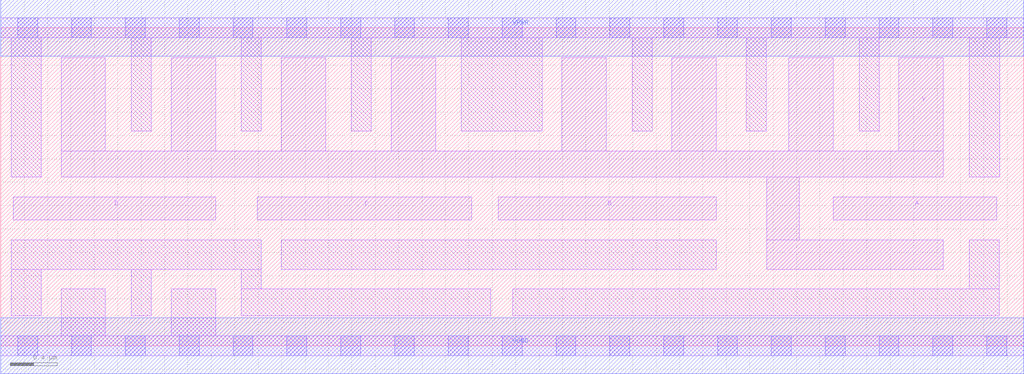
<source format=lef>
# Copyright 2020 The SkyWater PDK Authors
#
# Licensed under the Apache License, Version 2.0 (the "License");
# you may not use this file except in compliance with the License.
# You may obtain a copy of the License at
#
#     https://www.apache.org/licenses/LICENSE-2.0
#
# Unless required by applicable law or agreed to in writing, software
# distributed under the License is distributed on an "AS IS" BASIS,
# WITHOUT WARRANTIES OR CONDITIONS OF ANY KIND, either express or implied.
# See the License for the specific language governing permissions and
# limitations under the License.
#
# SPDX-License-Identifier: Apache-2.0

VERSION 5.7 ;
BUSBITCHARS "[]" ;
DIVIDERCHAR "/" ;
PROPERTYDEFINITIONS
  MACRO maskLayoutSubType STRING ;
  MACRO prCellType STRING ;
  MACRO originalViewName STRING ;
END PROPERTYDEFINITIONS
MACRO sky130_fd_sc_hdll__nand4_4
  ORIGIN  0.000000  0.000000 ;
  CLASS CORE ;
  SYMMETRY X Y R90 ;
  SIZE  8.740000 BY  2.720000 ;
  SITE unithd ;
  PIN A
    ANTENNAGATEAREA  1.110000 ;
    DIRECTION INPUT ;
    USE SIGNAL ;
    PORT
      LAYER li1 ;
        RECT 7.115000 1.075000 8.510000 1.275000 ;
    END
  END A
  PIN B
    ANTENNAGATEAREA  1.110000 ;
    DIRECTION INPUT ;
    USE SIGNAL ;
    PORT
      LAYER li1 ;
        RECT 4.250000 1.075000 6.115000 1.275000 ;
    END
  END B
  PIN C
    ANTENNAGATEAREA  1.110000 ;
    DIRECTION INPUT ;
    USE SIGNAL ;
    PORT
      LAYER li1 ;
        RECT 2.190000 1.075000 4.025000 1.275000 ;
    END
  END C
  PIN D
    ANTENNAGATEAREA  1.110000 ;
    DIRECTION INPUT ;
    USE SIGNAL ;
    PORT
      LAYER li1 ;
        RECT 0.105000 1.075000 1.835000 1.275000 ;
    END
  END D
  PIN Y
    ANTENNADIFFAREA  2.736000 ;
    DIRECTION OUTPUT ;
    USE SIGNAL ;
    PORT
      LAYER li1 ;
        RECT 0.515000 1.445000 8.055000 1.665000 ;
        RECT 0.515000 1.665000 0.895000 2.465000 ;
        RECT 1.455000 1.665000 1.835000 2.465000 ;
        RECT 2.395000 1.665000 2.775000 2.465000 ;
        RECT 3.335000 1.665000 3.715000 2.465000 ;
        RECT 4.795000 1.665000 5.175000 2.465000 ;
        RECT 5.735000 1.665000 6.115000 2.465000 ;
        RECT 6.545000 0.655000 8.055000 0.905000 ;
        RECT 6.545000 0.905000 6.825000 1.445000 ;
        RECT 6.735000 1.665000 7.115000 2.465000 ;
        RECT 7.675000 1.665000 8.055000 2.465000 ;
    END
  END Y
  PIN VGND
    DIRECTION INOUT ;
    USE GROUND ;
    PORT
      LAYER met1 ;
        RECT 0.000000 -0.240000 8.740000 0.240000 ;
    END
  END VGND
  PIN VPWR
    DIRECTION INOUT ;
    USE POWER ;
    PORT
      LAYER met1 ;
        RECT 0.000000 2.480000 8.740000 2.960000 ;
    END
  END VPWR
  OBS
    LAYER li1 ;
      RECT 0.000000 -0.085000 8.740000 0.085000 ;
      RECT 0.000000  2.635000 8.740000 2.805000 ;
      RECT 0.090000  0.255000 0.345000 0.655000 ;
      RECT 0.090000  0.655000 2.225000 0.905000 ;
      RECT 0.090000  1.445000 0.345000 2.635000 ;
      RECT 0.515000  0.085000 0.895000 0.485000 ;
      RECT 1.115000  0.255000 1.285000 0.655000 ;
      RECT 1.115000  1.835000 1.285000 2.635000 ;
      RECT 1.455000  0.085000 1.835000 0.485000 ;
      RECT 2.055000  0.255000 4.185000 0.485000 ;
      RECT 2.055000  0.485000 2.225000 0.655000 ;
      RECT 2.055000  1.835000 2.225000 2.635000 ;
      RECT 2.395000  0.655000 6.115000 0.905000 ;
      RECT 2.995000  1.835000 3.165000 2.635000 ;
      RECT 3.935000  1.835000 4.625000 2.635000 ;
      RECT 4.375000  0.255000 8.530000 0.485000 ;
      RECT 5.395000  1.835000 5.565000 2.635000 ;
      RECT 6.370000  1.835000 6.540000 2.635000 ;
      RECT 7.335000  1.835000 7.505000 2.635000 ;
      RECT 8.275000  0.485000 8.530000 0.905000 ;
      RECT 8.275000  1.445000 8.535000 2.635000 ;
    LAYER mcon ;
      RECT 0.145000 -0.085000 0.315000 0.085000 ;
      RECT 0.145000  2.635000 0.315000 2.805000 ;
      RECT 0.605000 -0.085000 0.775000 0.085000 ;
      RECT 0.605000  2.635000 0.775000 2.805000 ;
      RECT 1.065000 -0.085000 1.235000 0.085000 ;
      RECT 1.065000  2.635000 1.235000 2.805000 ;
      RECT 1.525000 -0.085000 1.695000 0.085000 ;
      RECT 1.525000  2.635000 1.695000 2.805000 ;
      RECT 1.985000 -0.085000 2.155000 0.085000 ;
      RECT 1.985000  2.635000 2.155000 2.805000 ;
      RECT 2.445000 -0.085000 2.615000 0.085000 ;
      RECT 2.445000  2.635000 2.615000 2.805000 ;
      RECT 2.905000 -0.085000 3.075000 0.085000 ;
      RECT 2.905000  2.635000 3.075000 2.805000 ;
      RECT 3.365000 -0.085000 3.535000 0.085000 ;
      RECT 3.365000  2.635000 3.535000 2.805000 ;
      RECT 3.825000 -0.085000 3.995000 0.085000 ;
      RECT 3.825000  2.635000 3.995000 2.805000 ;
      RECT 4.285000 -0.085000 4.455000 0.085000 ;
      RECT 4.285000  2.635000 4.455000 2.805000 ;
      RECT 4.745000 -0.085000 4.915000 0.085000 ;
      RECT 4.745000  2.635000 4.915000 2.805000 ;
      RECT 5.205000 -0.085000 5.375000 0.085000 ;
      RECT 5.205000  2.635000 5.375000 2.805000 ;
      RECT 5.665000 -0.085000 5.835000 0.085000 ;
      RECT 5.665000  2.635000 5.835000 2.805000 ;
      RECT 6.125000 -0.085000 6.295000 0.085000 ;
      RECT 6.125000  2.635000 6.295000 2.805000 ;
      RECT 6.585000 -0.085000 6.755000 0.085000 ;
      RECT 6.585000  2.635000 6.755000 2.805000 ;
      RECT 7.045000 -0.085000 7.215000 0.085000 ;
      RECT 7.045000  2.635000 7.215000 2.805000 ;
      RECT 7.505000 -0.085000 7.675000 0.085000 ;
      RECT 7.505000  2.635000 7.675000 2.805000 ;
      RECT 7.965000 -0.085000 8.135000 0.085000 ;
      RECT 7.965000  2.635000 8.135000 2.805000 ;
      RECT 8.425000 -0.085000 8.595000 0.085000 ;
      RECT 8.425000  2.635000 8.595000 2.805000 ;
  END
  PROPERTY maskLayoutSubType "abstract" ;
  PROPERTY prCellType "standard" ;
  PROPERTY originalViewName "layout" ;
END sky130_fd_sc_hdll__nand4_4

</source>
